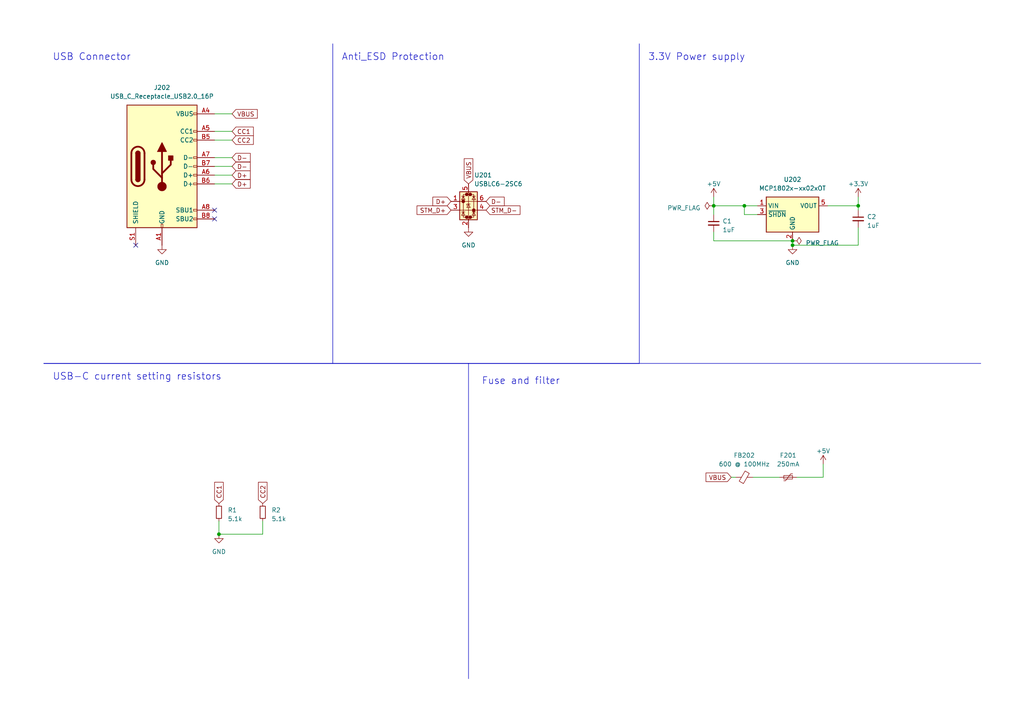
<source format=kicad_sch>
(kicad_sch (version 20231120) (generator "eeschema") (generator_version "8.0")
  (paper "A4")
  (title_block (title "Tuto USB-C") (date "2024-09-17") (rev "Jean-Philippe THOMAR") (company "ENSEA 3A ESE"))
  (lib_symbols
    (symbol "Connector:USB_C_Receptacle_USB2.0_16P" (pin_names (offset 1.016))
      (property "Reference" "J" (at 0 22.225 0))
      (property "Value" "USB_C_Receptacle_USB2.0_16P" (at 0 19.685 0))
      (symbol "USB_C_Receptacle_USB2.0_16P_0_0"
        (rectangle (start -0.254 -17.78) (end 0.254 -16.764))
        (rectangle (start 10.16 -14.986) (end 9.144 -15.494))
        (rectangle (start 10.16 -12.446) (end 9.144 -12.954))
        (rectangle (start 10.16 -4.826) (end 9.144 -5.334))
        (rectangle (start 10.16 -2.286) (end 9.144 -2.794))
        (rectangle (start 10.16 0.254) (end 9.144 -0.254))
        (rectangle (start 10.16 2.794) (end 9.144 2.286))
        (rectangle (start 10.16 7.874) (end 9.144 7.366))
        (rectangle (start 10.16 10.414) (end 9.144 9.906))
        (rectangle (start 10.16 15.494) (end 9.144 14.986))
      )
      (symbol "USB_C_Receptacle_USB2.0_16P_0_1"
        (rectangle (start -10.16 17.78) (end 10.16 -17.78) (stroke (width 0.254)) (fill (type background)))
        (arc (start -8.89 -3.81) (mid -6.985 -5.7067) (end -5.08 -3.81) (stroke (width 0.508)))
        (arc (start -7.62 -3.81) (mid -6.985 -4.4423) (end -6.35 -3.81) (stroke (width 0.254)))
        (arc (start -7.62 -3.81) (mid -6.985 -4.4423) (end -6.35 -3.81) (stroke (width 0.254)) (fill (type outline)))
        (rectangle (start -7.62 -3.81) (end -6.35 3.81) (stroke (width 0.254)) (fill (type outline)))
        (arc (start -6.35 3.81) (mid -6.985 4.4423) (end -7.62 3.81) (stroke (width 0.254)))
        (arc (start -6.35 3.81) (mid -6.985 4.4423) (end -7.62 3.81) (stroke (width 0.254)) (fill (type outline)))
        (arc (start -5.08 3.81) (mid -6.985 5.7067) (end -8.89 3.81) (stroke (width 0.508)))
        (circle (center -2.54 1.143) (radius 0.635) (stroke (width 0.254)) (fill (type outline)))
        (circle (center 0 -5.842) (radius 1.27) (fill (type outline)))
        (polyline (pts (xy -8.89 -3.81) (xy -8.89 3.81)) (stroke (width 0.508)))
        (polyline (pts (xy -5.08 3.81) (xy -5.08 -3.81)) (stroke (width 0.508)))
        (polyline (pts (xy 0 -5.842) (xy 0 4.318)) (stroke (width 0.508)))
        (polyline (pts (xy 0 -3.302) (xy -2.54 -0.762) (xy -2.54 0.508)) (stroke (width 0.508)))
        (polyline (pts (xy 0 -2.032) (xy 2.54 0.508) (xy 2.54 1.778)) (stroke (width 0.508)))
        (polyline (pts (xy -1.27 4.318) (xy 0 6.858) (xy 1.27 4.318) (xy -1.27 4.318)) (stroke (width 0.254)) (fill (type outline)))
        (rectangle (start 1.905 1.778) (end 3.175 3.048) (stroke (width 0.254)) (fill (type outline)))
      )
      (symbol "USB_C_Receptacle_USB2.0_16P_1_1"
        (pin passive line (at 0 -22.86 90) (length 5.08) (name "GND") (number "A1"))
        (pin passive line (at 0 -22.86 90) (length 5.08) hide (name "GND") (number "A12"))
        (pin passive line (at 15.24 15.24 180) (length 5.08) (name "VBUS") (number "A4"))
        (pin bidirectional line (at 15.24 10.16 180) (length 5.08) (name "CC1") (number "A5"))
        (pin bidirectional line (at 15.24 -2.54 180) (length 5.08) (name "D+") (number "A6"))
        (pin bidirectional line (at 15.24 2.54 180) (length 5.08) (name "D-") (number "A7"))
        (pin bidirectional line (at 15.24 -12.7 180) (length 5.08) (name "SBU1") (number "A8"))
        (pin passive line (at 15.24 15.24 180) (length 5.08) hide (name "VBUS") (number "A9"))
        (pin passive line (at 0 -22.86 90) (length 5.08) hide (name "GND") (number "B1"))
        (pin passive line (at 0 -22.86 90) (length 5.08) hide (name "GND") (number "B12"))
        (pin passive line (at 15.24 15.24 180) (length 5.08) hide (name "VBUS") (number "B4"))
        (pin bidirectional line (at 15.24 7.62 180) (length 5.08) (name "CC2") (number "B5"))
        (pin bidirectional line (at 15.24 -5.08 180) (length 5.08) (name "D+") (number "B6"))
        (pin bidirectional line (at 15.24 0 180) (length 5.08) (name "D-") (number "B7"))
        (pin bidirectional line (at 15.24 -15.24 180) (length 5.08) (name "SBU2") (number "B8"))
        (pin passive line (at 15.24 15.24 180) (length 5.08) hide (name "VBUS") (number "B9"))
        (pin passive line (at -7.62 -22.86 90) (length 5.08) (name "SHIELD") (number "S1"))
      )
    )
    (symbol "Device:C_Small" (pin_numbers hide) (pin_names (offset 0.254) hide)
      (property "Reference" "C" (at 0.254 1.778 0))
      (property "Value" "C_Small" (at 0.254 -2.032 0))
      (symbol "C_Small_0_1"
        (polyline (pts (xy -1.524 -0.508) (xy 1.524 -0.508)) (stroke (width 0.3302)))
        (polyline (pts (xy -1.524 0.508) (xy 1.524 0.508)) (stroke (width 0.3048)))
      )
      (symbol "C_Small_1_1"
        (pin passive line (at 0 2.54 270) (length 2.032) (name "~") (number "1"))
        (pin passive line (at 0 -2.54 90) (length 2.032) (name "~") (number "2"))
      )
    )
    (symbol "Device:FerriteBead_Small" (pin_numbers hide) (pin_names (offset 0))
      (property "Reference" "FB" (at 1.905 1.27 0))
      (property "Value" "FerriteBead_Small" (at 1.905 -1.27 0))
      (symbol "FerriteBead_Small_0_1"
        (polyline (pts (xy 0 -1.27) (xy 0 -0.7874)))
        (polyline (pts (xy 0 0.889) (xy 0 1.2954)))
        (polyline (pts (xy -1.8288 0.2794) (xy -1.1176 1.4986) (xy 1.8288 -0.2032) (xy 1.1176 -1.4224) (xy -1.8288 0.2794)))
      )
      (symbol "FerriteBead_Small_1_1"
        (pin passive line (at 0 2.54 270) (length 1.27) (name "~") (number "1"))
        (pin passive line (at 0 -2.54 90) (length 1.27) (name "~") (number "2"))
      )
    )
    (symbol "Device:Polyfuse_Small" (pin_numbers hide) (pin_names (offset 0))
      (property "Reference" "F" (at -1.905 0 90))
      (property "Value" "Polyfuse_Small" (at 1.905 0 90))
      (symbol "Polyfuse_Small_0_1"
        (rectangle (start -0.508 1.27) (end 0.508 -1.27))
        (polyline (pts (xy 0 2.54) (xy 0 -2.54)))
        (polyline (pts (xy -1.016 1.27) (xy -1.016 0.762) (xy 1.016 -0.762) (xy 1.016 -1.27)))
      )
      (symbol "Polyfuse_Small_1_1"
        (pin passive line (at 0 2.54 270) (length 0.635) (name "~") (number "1"))
        (pin passive line (at 0 -2.54 90) (length 0.635) (name "~") (number "2"))
      )
    )
    (symbol "Device:R_Small" (pin_numbers hide) (pin_names (offset 0.254) hide)
      (property "Reference" "R" (at 0.762 0.508 0))
      (property "Value" "R_Small" (at 0.762 -1.016 0))
      (symbol "R_Small_0_1"
        (rectangle (start -0.762 1.778) (end 0.762 -1.778) (stroke (width 0.2032)))
      )
      (symbol "R_Small_1_1"
        (pin passive line (at 0 2.54 270) (length 0.762) (name "~") (number "1"))
        (pin passive line (at 0 -2.54 90) (length 0.762) (name "~") (number "2"))
      )
    )
    (symbol "Regulator_Linear:MCP1802x-xx02xOT"
      (property "Reference" "U" (at -6.35 6.35 0))
      (property "Value" "MCP1802x-xx02xOT" (at 0 6.35 0))
      (symbol "MCP1802x-xx02xOT_0_1"
        (rectangle (start -7.62 5.08) (end 7.62 -5.08) (stroke (width 0.254)) (fill (type background)))
      )
      (symbol "MCP1802x-xx02xOT_1_1"
        (pin power_in line (at -10.16 2.54 0) (length 2.54) (name "VIN") (number "1"))
        (pin power_in line (at 0 -7.62 90) (length 2.54) (name "GND") (number "2"))
        (pin input line (at -10.16 0 0) (length 2.54) (name "~{SHDN}") (number "3"))
        (pin no_connect line (at 7.62 0 180) (length 2.54) hide (name "NC") (number "4"))
        (pin power_out line (at 10.16 2.54 180) (length 2.54) (name "VOUT") (number "5"))
      )
    )
    (symbol "USBLC6-2SC6_1" (pin_names hide)
      (property "Reference" "U" (at 0.635 5.715 0))
      (property "Value" "USBLC6-2SC6" (at 0.635 3.81 0))
      (symbol "USBLC6-2SC6_1_0_0"
        (circle (center -1.524 0) (radius 0.0001) (stroke (width 0.508)))
        (circle (center -0.508 -4.572) (radius 0.0001) (stroke (width 0.508)))
        (circle (center -0.508 2.032) (radius 0.0001) (stroke (width 0.508)))
        (circle (center 0.508 -4.572) (radius 0.0001) (stroke (width 0.508)))
        (circle (center 0.508 2.032) (radius 0.0001) (stroke (width 0.508)))
        (circle (center 1.524 -2.54) (radius 0.0001) (stroke (width 0.508)))
      )
      (symbol "USBLC6-2SC6_1_0_1"
        (polyline (pts (xy -2.54 -2.54) (xy 2.54 -2.54)))
        (polyline (pts (xy -2.54 0) (xy 2.54 0)))
        (polyline (pts (xy -2.032 -3.048) (xy -1.016 -3.048)))
        (polyline (pts (xy -1.016 1.524) (xy -2.032 1.524)))
        (polyline (pts (xy 1.016 -3.048) (xy 2.032 -3.048)))
        (polyline (pts (xy 1.016 1.524) (xy 2.032 1.524)))
        (polyline (pts (xy -0.508 -1.143) (xy -0.508 -0.762) (xy 0.508 -0.762)))
        (polyline (pts (xy -2.032 0.508) (xy -1.016 0.508) (xy -1.524 1.524) (xy -2.032 0.508)))
        (polyline (pts (xy -1.016 -4.064) (xy -2.032 -4.064) (xy -1.524 -3.048) (xy -1.016 -4.064)))
        (polyline (pts (xy 0.508 -1.778) (xy -0.508 -1.778) (xy 0 -0.762) (xy 0.508 -1.778)))
        (polyline (pts (xy 2.032 -4.064) (xy 1.016 -4.064) (xy 1.524 -3.048) (xy 2.032 -4.064)))
        (polyline (pts (xy 2.032 0.508) (xy 1.016 0.508) (xy 1.524 1.524) (xy 2.032 0.508)))
        (polyline (pts (xy 0 2.54) (xy -0.508 2.032) (xy 0.508 2.032) (xy 0 1.524) (xy 0 -4.064) (xy -0.508 -4.572) (xy 0.508 -4.572) (xy 0 -5.08)))
      )
      (symbol "USBLC6-2SC6_1_1_1"
        (rectangle (start -2.54 2.794) (end 2.54 -5.334) (stroke (width 0.254)) (fill (type background)))
        (polyline (pts (xy -0.508 2.032) (xy -1.524 2.032) (xy -1.524 -4.572) (xy -0.508 -4.572)))
        (polyline (pts (xy 0.508 -4.572) (xy 1.524 -4.572) (xy 1.524 2.032) (xy 0.508 2.032)))
        (pin passive line (at -5.08 0 0) (length 2.54) (name "I/O1") (number "1"))
        (pin passive line (at 0 -7.62 90) (length 2.54) (name "GND") (number "2"))
        (pin passive line (at -5.08 -2.54 0) (length 2.54) (name "I/O2") (number "3"))
        (pin passive line (at 5.08 -2.54 180) (length 2.54) (name "I/O2") (number "4"))
        (pin passive line (at 0 5.08 270) (length 2.54) (name "VBUS") (number "5"))
        (pin passive line (at 5.08 0 180) (length 2.54) (name "I/O1") (number "6"))
      )
    )
    (symbol "power:+3.3V" (power) (pin_names (offset 0))
      (property "Value" "+3.3V" (at 0 3.556 0))
      (symbol "+3.3V_0_1"
        (polyline (pts (xy -0.762 1.27) (xy 0 2.54)))
        (polyline (pts (xy 0 0) (xy 0 2.54)))
        (polyline (pts (xy 0 2.54) (xy 0.762 1.27)))
      )
      (symbol "+3.3V_1_1"
        (pin power_in line (at 0 0 90) (length 0) hide (name "+3.3V") (number "1"))
      )
    )
    (symbol "power:+5V" (power) (pin_names (offset 0))
      (property "Value" "+5V" (at 0 3.556 0))
      (symbol "+5V_0_1"
        (polyline (pts (xy -0.762 1.27) (xy 0 2.54)))
        (polyline (pts (xy 0 0) (xy 0 2.54)))
        (polyline (pts (xy 0 2.54) (xy 0.762 1.27)))
      )
      (symbol "+5V_1_1"
        (pin power_in line (at 0 0 90) (length 0) hide (name "+5V") (number "1"))
      )
    )
    (symbol "power:GND" (power) (pin_names (offset 0))
      (property "Value" "GND" (at 0 -3.81 0))
      (symbol "GND_0_1"
        (polyline (pts (xy 0 0) (xy 0 -1.27) (xy 1.27 -1.27) (xy 0 -2.54) (xy -1.27 -1.27) (xy 0 -1.27)))
      )
      (symbol "GND_1_1"
        (pin power_in line (at 0 0 270) (length 0) hide (name "GND") (number "1"))
      )
    )
    (symbol "power:PWR_FLAG" (power) (pin_numbers hide) (pin_names (offset 0) hide)
      (property "Value" "PWR_FLAG" (at 0 3.81 0))
      (symbol "PWR_FLAG_0_0"
        (pin power_out line (at 0 0 90) (length 0) (name "pwr") (number "1"))
      )
      (symbol "PWR_FLAG_0_1"
        (polyline (pts (xy 0 0) (xy 0 1.27) (xy -1.016 1.905) (xy 0 2.54) (xy 1.016 1.905) (xy 0 1.27)))
      )
    )
  )
  (junction (at 229.87 71.12))
  (junction (at 215.9 59.69))
  (junction (at 248.92 59.69))
  (junction (at 63.5 154.94))
  (junction (at 229.87 69.85))
  (junction (at 207.01 59.69))
  (no_connect (at 62.23 60.96))
  (no_connect (at 62.23 63.5))
  (no_connect (at 39.37 71.12))
  (wire (pts (xy 63.5 154.94) (xy 76.2 154.94)))
  (wire (pts (xy 207.01 59.69) (xy 207.01 62.23)))
  (wire (pts (xy 207.01 57.15) (xy 207.01 59.69)))
  (polyline (pts (xy 12.7 105.41) (xy 284.48 105.41)))
  (wire (pts (xy 76.2 151.13) (xy 76.2 154.94)))
  (wire (pts (xy 248.92 59.69) (xy 248.92 57.15)))
  (wire (pts (xy 219.71 62.23) (xy 215.9 62.23)))
  (wire (pts (xy 229.87 69.85) (xy 229.87 71.12)))
  (polyline (pts (xy 135.89 105.41) (xy 135.89 196.85)))
  (wire (pts (xy 238.76 138.43) (xy 231.14 138.43)))
  (wire (pts (xy 207.01 67.31) (xy 207.01 69.85)))
  (wire (pts (xy 248.92 66.04) (xy 248.92 71.12)))
  (wire (pts (xy 248.92 59.69) (xy 248.92 60.96)))
  (polyline (pts (xy 185.42 12.7) (xy 185.42 105.41)))
  (wire (pts (xy 62.23 50.8) (xy 67.31 50.8)))
  (wire (pts (xy 213.36 138.43) (xy 212.09 138.43)))
  (wire (pts (xy 207.01 69.85) (xy 229.87 69.85)))
  (wire (pts (xy 62.23 33.02) (xy 67.31 33.02)))
  (wire (pts (xy 219.71 59.69) (xy 215.9 59.69)))
  (wire (pts (xy 62.23 40.64) (xy 67.31 40.64)))
  (polyline (pts (xy 12.7 105.41) (xy 135.89 105.41)))
  (wire (pts (xy 215.9 59.69) (xy 207.01 59.69)))
  (wire (pts (xy 62.23 48.26) (xy 67.31 48.26)))
  (wire (pts (xy 240.03 59.69) (xy 248.92 59.69)))
  (wire (pts (xy 218.44 138.43) (xy 226.06 138.43)))
  (wire (pts (xy 63.5 151.13) (xy 63.5 154.94)))
  (wire (pts (xy 62.23 53.34) (xy 67.31 53.34)))
  (wire (pts (xy 62.23 38.1) (xy 67.31 38.1)))
  (wire (pts (xy 62.23 45.72) (xy 67.31 45.72)))
  (wire (pts (xy 238.76 134.62) (xy 238.76 138.43)))
  (polyline (pts (xy 96.52 12.7) (xy 96.52 105.41)))
  (wire (pts (xy 215.9 62.23) (xy 215.9 59.69)))
  (wire (pts (xy 229.87 71.12) (xy 248.92 71.12)))
  (polyline (pts (xy 135.89 105.41) (xy 185.42 105.41)))
  (text "Anti_ESD Protection" (at 99.06 17.78 0) (effects (font (size 2 2)) (justify left bottom)))
  (text "USB Connector" (at 15.24 17.78 0) (effects (font (size 2 2)) (justify left bottom)))
  (text "USB-C current setting resistors" (at 15.24 110.49 0) (effects (font (size 2 2)) (justify left bottom)))
  (text "3.3V Power supply" (at 187.96 17.78 0) (effects (font (size 2 2)) (justify left bottom)))
  (text "Fuse and filter" (at 139.7 111.76 0) (effects (font (size 2 2)) (justify left bottom)))
  (global_label "CC2" (shape input) (at 67.31 40.64 0) (property "Intersheetrefs" "${INTERSHEET_REFS}" (effects (hide yes))))
  (global_label "CC1" (shape input) (at 63.5 146.05 90) (property "Intersheetrefs" "${INTERSHEET_REFS}" (effects (hide yes))))
  (global_label "D-" (shape input) (at 67.31 45.72 0) (property "Intersheetrefs" "${INTERSHEET_REFS}" (effects (hide yes))))
  (global_label "VBUS" (shape input) (at 67.31 33.02 0) (property "Intersheetrefs" "${INTERSHEET_REFS}" (effects (hide yes))))
  (global_label "D+" (shape input) (at 67.31 50.8 0) (property "Intersheetrefs" "${INTERSHEET_REFS}" (effects (hide yes))))
  (global_label "STM_D-" (shape input) (at 140.97 60.96 0) (property "Intersheetrefs" "${INTERSHEET_REFS}" (effects (hide yes))))
  (global_label "D-" (shape input) (at 67.31 48.26 0) (property "Intersheetrefs" "${INTERSHEET_REFS}" (effects (hide yes))))
  (global_label "VBUS" (shape input) (at 212.09 138.43 180) (property "Intersheetrefs" "${INTERSHEET_REFS}" (effects (hide yes))))
  (global_label "D+" (shape input) (at 67.31 53.34 0) (property "Intersheetrefs" "${INTERSHEET_REFS}" (effects (hide yes))))
  (global_label "VBUS" (shape input) (at 135.89 53.34 90) (property "Intersheetrefs" "${INTERSHEET_REFS}" (effects (hide yes))))
  (global_label "STM_D+" (shape input) (at 130.81 60.96 180) (property "Intersheetrefs" "${INTERSHEET_REFS}" (effects (hide yes))))
  (global_label "D+" (shape input) (at 130.81 58.42 180) (property "Intersheetrefs" "${INTERSHEET_REFS}" (effects (hide yes))))
  (global_label "CC1" (shape input) (at 67.31 38.1 0) (property "Intersheetrefs" "${INTERSHEET_REFS}" (effects (hide yes))))
  (global_label "CC2" (shape input) (at 76.2 146.05 90) (property "Intersheetrefs" "${INTERSHEET_REFS}" (effects (hide yes))))
  (global_label "D-" (shape input) (at 140.97 58.42 0) (property "Intersheetrefs" "${INTERSHEET_REFS}" (effects (hide yes))))
  (symbol (lib_id "Device:R_Small") (at 76.2 148.59 0) (unit 1)
    (property "Reference" "R2" (at 78.74 147.955 0) (effects (justify left)))
    (property "Value" "5.1k" (at 78.74 150.495 0) (effects (justify left)))
    (property "Footprint" "Resistor_SMD:R_0603_1608Metric_Pad0.98x0.95mm_HandSolder" (effects (hide yes)))
  )
  (symbol (lib_name "USBLC6-2SC6_1") (lib_id "Power_Protection:USBLC6-2SC6") (at 135.89 58.42 0) (unit 1)
    (property "Reference" "U201" (at 137.5411 50.8 0) (effects (justify left)))
    (property "Value" "USBLC6-2SC6" (at 137.5411 53.34 0) (effects (justify left)))
    (property "Footprint" "Package_TO_SOT_SMD:SOT-23-6" (effects (hide yes)))
    (property "Datasheet" "https://www.st.com/resource/en/datasheet/usblc6-2.pdf" (effects (hide yes)))
    (property "Description" "Very low capacitance ESD protection diode, 2 data-line, SOT-23-6" (effects (hide yes)))
  )
  (symbol (lib_id "power:GND") (at 229.87 71.12 0) (unit 1)
    (property "Reference" "#PWR05" (effects (hide yes)))
    (property "Value" "GND" (at 229.87 76.2 0))
  )
  (symbol (lib_id "Device:R_Small") (at 63.5 148.59 0) (unit 1)
    (property "Reference" "R1" (at 66.04 147.955 0) (effects (justify left)))
    (property "Value" "5.1k" (at 66.04 150.495 0) (effects (justify left)))
    (property "Footprint" "Resistor_SMD:R_0603_1608Metric_Pad0.98x0.95mm_HandSolder" (effects (hide yes)))
  )
  (symbol (lib_id "Device:FerriteBead_Small") (at 215.9 138.43 90) (unit 1)
    (property "Reference" "FB202" (at 215.8619 132.08 90))
    (property "Value" "600 @ 100MHz" (at 215.8619 134.62 90))
    (property "Footprint" "Inductor_SMD:L_0805_2012Metric" (effects (hide yes)))
    (property "Description" "Ferrite bead, small symbol" (effects (hide yes)))
  )
  (symbol (lib_id "Device:Polyfuse_Small") (at 228.6 138.43 90) (unit 1)
    (property "Reference" "F201" (at 228.6 132.08 90))
    (property "Value" "250mA" (at 228.6 134.62 90))
    (property "Footprint" "Fuse:Fuse_1206_3216Metric" (effects (hide yes)))
    (property "Description" "Resettable fuse, polymeric positive temperature coefficient, small symbol" (effects (hide yes)))
  )
  (symbol (lib_id "power:+5V") (at 207.01 57.15 0) (unit 1)
    (property "Reference" "#PWR04" (effects (hide yes)))
    (property "Value" "+5V" (at 207.01 53.34 0))
  )
  (symbol (lib_id "power:PWR_FLAG") (at 207.01 59.69 90) (unit 1)
    (property "Reference" "#FLG0201" (effects (hide yes)))
    (property "Value" "PWR_FLAG" (at 203.2 60.325 90) (effects (justify left)))
  )
  (symbol (lib_id "power:GND") (at 63.5 154.94 0) (unit 1)
    (property "Reference" "#PWR02" (effects (hide yes)))
    (property "Value" "GND" (at 63.5 160.02 0))
  )
  (symbol (lib_id "Device:C_Small") (at 248.92 63.5 0) (unit 1)
    (property "Reference" "C2" (at 251.46 62.8713 0) (effects (justify left)))
    (property "Value" "1uF" (at 251.46 65.4113 0) (effects (justify left)))
    (property "Footprint" "Capacitor_SMD:C_0603_1608Metric_Pad1.08x0.95mm_HandSolder" (effects (hide yes)))
  )
  (symbol (lib_id "power:PWR_FLAG") (at 229.87 69.85 270) (unit 1)
    (property "Reference" "#FLG0202" (effects (hide yes)))
    (property "Value" "PWR_FLAG" (at 233.68 70.485 90) (effects (justify left)))
  )
  (symbol (lib_id "power:GND") (at 46.99 71.12 0) (unit 1)
    (property "Reference" "#PWR01" (effects (hide yes)))
    (property "Value" "GND" (at 46.99 76.2 0))
  )
  (symbol (lib_id "Regulator_Linear:MCP1802x-xx02xOT") (at 229.87 62.23 0) (unit 1)
    (property "Reference" "U202" (at 229.87 52.07 0))
    (property "Value" "MCP1802x-xx02xOT" (at 229.87 54.61 0))
    (property "Footprint" "Package_TO_SOT_SMD:SOT-23-5" (effects (hide yes)))
    (property "Datasheet" "http://ww1.microchip.com/downloads/en/DeviceDoc/22053C.pdf" (effects (hide yes)))
    (property "Description" "150mA, Tiny CMOS LDO With Shutdown, Fixed Voltage, SOT-23-5" (effects (hide yes)))
  )
  (symbol (lib_id "Device:C_Small") (at 207.01 64.77 0) (unit 1)
    (property "Reference" "C1" (at 209.55 64.1413 0) (effects (justify left)))
    (property "Value" "1uF" (at 209.55 66.6813 0) (effects (justify left)))
    (property "Footprint" "Capacitor_SMD:C_0603_1608Metric_Pad1.08x0.95mm_HandSolder" (effects (hide yes)))
  )
  (symbol (lib_id "power:+5V") (at 238.76 134.62 0) (unit 1)
    (property "Reference" "#PWR06" (effects (hide yes)))
    (property "Value" "+5V" (at 238.76 130.81 0))
  )
  (symbol (lib_id "power:+3.3V") (at 248.92 57.15 0) (unit 1)
    (property "Reference" "#PWR07" (effects (hide yes)))
    (property "Value" "+3.3V" (at 248.92 53.34 0))
  )
  (symbol (lib_id "power:GND") (at 135.89 66.04 0) (unit 1)
    (property "Reference" "#PWR03" (effects (hide yes)))
    (property "Value" "GND" (at 135.89 71.12 0))
  )
  (symbol (lib_id "Connector:USB_C_Receptacle_USB2.0_16P") (at 46.99 48.26 0) (unit 1)
    (property "Reference" "J202" (at 46.99 25.4 0))
    (property "Value" "USB_C_Receptacle_USB2.0_16P" (at 46.99 27.94 0))
    (property "Footprint" "Connector_USB:USB_C_Receptacle_HRO_TYPE-C-31-M-12" (effects (hide yes)))
    (property "Datasheet" "https://www.usb.org/sites/default/files/documents/usb_type-c.zip" (effects (hide yes)))
    (property "Description" "USB 2.0-only 16P Type-C Receptacle connector" (effects (hide yes)))
  )
)
</source>
